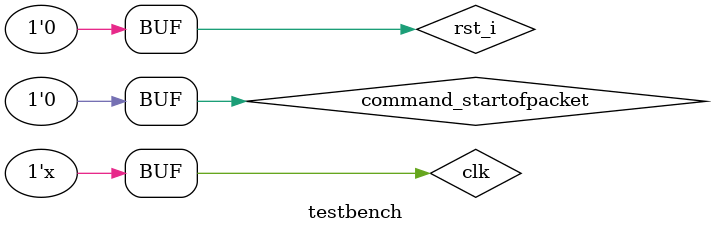
<source format=v>
`timescale 1ns/1ps
module testbench;

    reg clk = 0, rst_i = 0;
    wire [11:0] adc_data;
    always #10 clk = ~clk;
    

   wire clk_2MHz_wire, clk_2MHz_locked;
   clk_2MHz CLK_2MHZ_INSTANCE (
	   .inclk0(clk),
	   .c0(clk_2MHz_wire),
	   .locked(clk_2MHz_locked)
   );

   ADC ADC_INSTANCE (
      .adc_pll_clock_clk(clk_2MHz_wire),
      .adc_pll_locked_export(clk_2MHz_locked),
      .clock_clk(clk),
      .command_valid(1),
      .command_channel(0),
      .command_startofpacket(1),
      .command_endofpacket(1),
      .command_ready(),
      .reset_sink_reset_n(~rst_i),
      .response_valid(),
      .response_channel(),
      .response_data(adc_data),
      .response_startofpacket(),
      .response_endofpacket()
   );

   initial begin
    rst_i = 1;

    #15;

    rst_i = 0;

    #15;

    #15;#15;#15;#15;#15;#15;#15;#15;#15;#15;#15;#15;#15;

    command_startofpacket = 0;
   end

endmodule 
</source>
